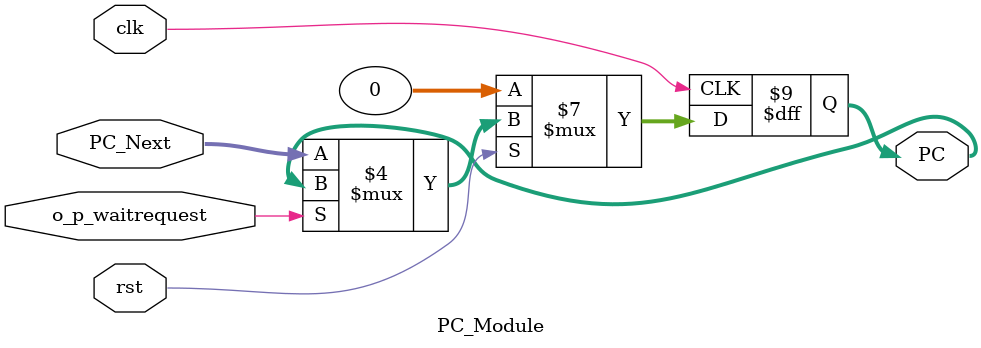
<source format=v>
module PC_Module(input clk,rst,o_p_waitrequest,
    input [31:0]PC_Next,
    output reg[31:0]PC);
    


    always @(posedge clk)
    begin
        if(rst == 1'b0)
            PC <= 0;
        else if (!o_p_waitrequest)
            PC <= PC_Next;
    end
endmodule
</source>
